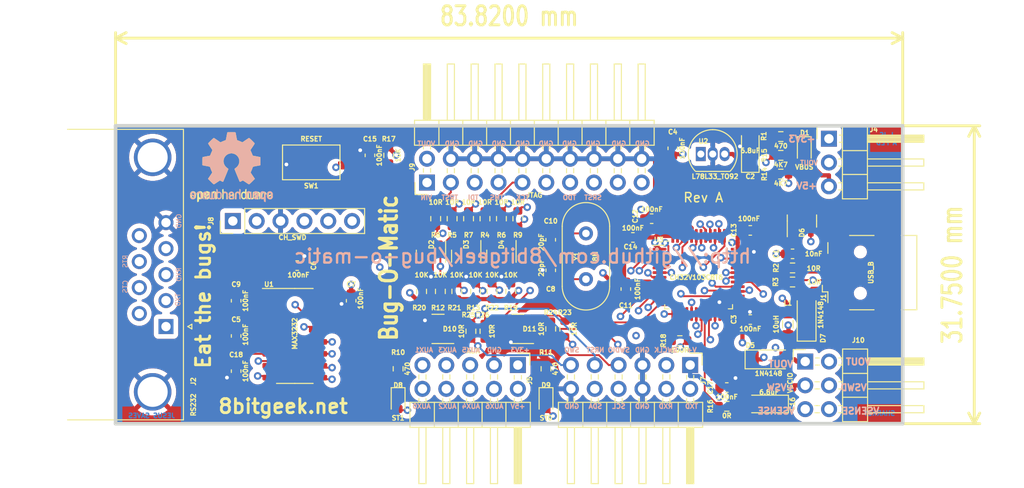
<source format=kicad_pcb>
(kicad_pcb (version 20220427) (generator pcbnew)
  (layers (0 "F.Cu" mixed) (1 "In1.Cu" mixed) (2 "In2.Cu" mixed) (31 "B.Cu" mixed) (34 "B.Paste" user) (35 "F.Paste" user) (36 "B.SilkS" user "B.Silkscreen") (37 "F.SilkS" user "F.Silkscreen") (38 "B.Mask" user) (39 "F.Mask" user) (44 "Edge.Cuts" user))
  (net 0 "")
  (net 1 "GND")
  (net 2 "/VUSB")
  (net 3 "+5V")
  (net 4 "+VSW")
  (net 5 "+3V3")
  (net 6 "/VOUTR")
  (net 7 "/VOUT")
  (net 8 "Net-(U1-C2+)")
  (net 9 "/TDI")
  (net 10 "/TCK")
  (net 11 "/TMS")
  (net 12 "/TDO")
  (net 13 "Net-(U1-C2-)")
  (net 14 "Net-(U1-VS+)")
  (net 15 "/TRST")
  (net 16 "/SRST")
  (net 17 "Net-(U3-PD1)")
  (net 18 "Net-(U1-C1-)")
  (net 19 "Net-(U1-C1+)")
  (net 20 "Net-(U3-PD0)")
  (net 21 "/CH_NRST")
  (net 22 "Net-(D1-K)")
  (net 23 "/MCU-TRST")
  (net 24 "/MCU-TDI")
  (net 25 "/MCU-TCK")
  (net 26 "/MCU-TMS")
  (net 27 "/MCU-TDO")
  (net 28 "/MCU-SRST")
  (net 29 "Net-(D8-K)")
  (net 30 "Net-(D9-K)")
  (net 31 "/MCU_SWNRST")
  (net 32 "/MCU_SWO")
  (net 33 "/MCU_SWDIO")
  (net 34 "/MCU_SWCLK")
  (net 35 "Net-(J2-Pad1)")
  (net 36 "/TXD")
  (net 37 "/RXD")
  (net 38 "/CTS")
  (net 39 "/RTS")
  (net 41 "/VTARGET")
  (net 42 "/AUX6")
  (net 43 "/AUX5")
  (net 44 "/AUX4")
  (net 45 "/AUX3")
  (net 46 "/AUX2")
  (net 47 "/AUX1")
  (net 48 "/AUX0")
  (net 49 "/I2C_SCL")
  (net 50 "/I2C_SDA")
  (net 51 "/UART_TX")
  (net 52 "/UART_RX")
  (net 53 "/CH_SWCLK")
  (net 54 "/CH_SWDIO")
  (net 55 "/CH_SWO")
  (net 59 "/SWCLK")
  (net 60 "/SWDIO")
  (net 61 "/NRST")
  (net 62 "/SWO")
  (net 63 "/UD+")
  (net 64 "/UD-")
  (net 65 "/BOOT1")
  (net 66 "/MCU_SWDIO_PUD")
  (net 67 "/MCU_RS232_CTS")
  (net 68 "/MCU_RS232_RTS")
  (net 69 "/MCU_RS232_TX")
  (net 70 "/MCU_RS232_RX")
  (net 72 "Net-(D7-A)")
  (net 73 "/VSWD")
  (net 74 "Net-(J1-D+)")
  (net 75 "Net-(J1-D-)")
  (net 76 "/ST0")
  (net 77 "/ST1")
  (net 78 "Net-(C18-Pad2)")
  (footprint "Capacitor_SMD:C_0603_1608Metric" (layer "F.Cu") (at 191.25 80)
    (fp_text reference "C1")
    (fp_text value "10nF")
  )
  (footprint "Capacitor_SMD:C_0603_1608Metric" (layer "F.Cu") (at 186.75 87)
    (fp_text reference "C3")
    (fp_text value "100nF")
  )
  (footprint "Package_TO_SOT_SMD:SOT-23" (layer "F.Cu") (at 162 88 180)
    (fp_text reference "D11")
    (fp_text value "NUP2105L" hide)
  )
  (footprint "LED_SMD:LED_0603_1608Metric" (layer "F.Cu") (at 165 95.75 -90)
    (fp_text reference "D9")
    (fp_text value "ST0")
  )
  (footprint "Capacitor_SMD:C_0603_1608Metric" (layer "F.Cu") (at 146.25 69.5 90)
    (fp_text reference "C15")
    (fp_text value "100nF")
  )
  (footprint "Crystal:Crystal_HC49-4H_Vertical" (layer "F.Cu") (at 169.25 82.7 90)
    (fp_text reference "Y1")
    (fp_text value "8M")
  )
  (footprint "Resistor_SMD:R_0603_1608Metric" (layer "F.Cu") (at 160.25 76.25 -90)
    (fp_text reference "R6")
    (fp_text value "10R")
  )
  (footprint "Capacitor_SMD:C_0603_1608Metric" (layer "F.Cu") (at 165.5 81.75 -90)
    (fp_text reference "C8")
    (fp_text value "20pF")
  )
  (footprint "Resistor_SMD:R_0603_1608Metric" (layer "F.Cu") (at 155 76.25 -90)
    (fp_text reference "R5")
    (fp_text value "10R")
  )
  (footprint "Connector_PinHeader_2.54mm:PinHeader_1x06_P2.54mm_Vertical" (layer "F.Cu") (at 131.65 76.5 90)
    (fp_text reference "J8")
    (fp_text value "CH_SWD")
  )
  (footprint "Resistor_SMD:R_0603_1608Metric" (layer "F.Cu") (at 153.25 76.25 -90)
    (fp_text reference "R8")
    (fp_text value "10R")
  )
  (footprint "Diode_SMD:D_MiniMELF" (layer "F.Cu") (at 188.75 91.25)
    (fp_text reference "D5")
    (fp_text value "1N4148")
  )
  (footprint "Resistor_SMD:R_0603_1608Metric" (layer "F.Cu") (at 153.75 84 90)
    (fp_text reference "R12")
    (fp_text value "10K")
  )
  (footprint "Package_TO_SOT_SMD:SOT-23" (layer "F.Cu") (at 153.5 88 180)
    (fp_text reference "D10")
    (fp_text value "NUP2105L" hide)
  )
  (footprint "Resistor_SMD:R_0603_1608Metric" (layer "F.Cu") (at 158.5 76.25 -90)
    (fp_text reference "R4")
    (fp_text value "10R")
  )
  (footprint "Resistor_SMD:R_0603_1608Metric" (layer "F.Cu") (at 159.25 84 90)
    (fp_text reference "R22")
    (fp_text value "10K")
  )
  (footprint "Package_SO:SOIC-16_3.9x9.9mm_P1.27mm" (layer "F.Cu") (at 138.25 88.75)
    (fp_text reference "U1")
    (fp_text value "MAX3232")
  )
  (footprint "Package_TO_SOT_THT:TO-92_Inline" (layer "F.Cu") (at 181.48 69.36)
    (fp_text reference "U2")
    (fp_text value "L78L33_TO92")
  )
  (footprint "Resistor_SMD:R_0603_1608Metric" (layer "F.Cu") (at 148.25 69.5 -90)
    (fp_text reference "R17")
    (fp_text value "10K")
  )
  (footprint "Capacitor_SMD:C_0603_1608Metric" (layer "F.Cu") (at 165.5 78.5 90)
    (fp_text reference "C10")
    (fp_text value "20pF")
  )
  (footprint "Capacitor_SMD:C_0603_1608Metric" (layer "F.Cu") (at 138.5 81.25 180)
    (fp_text reference "C6")
    (fp_text value "100nF")
  )
  (footprint "Capacitor_SMD:C_0603_1608Metric" (layer "F.Cu") (at 176.25 76.25 180)
    (fp_text reference "C12")
    (fp_text value "100nF")
  )
  (footprint "Connector_PinHeader_2.54mm:PinHeader_2x03_P2.54mm_Horizontal" (layer "F.Cu") (at 192.6 91.475)
    (fp_text reference "J10")
    (fp_text value "VCCIO")
  )
  (footprint "Resistor_SMD:R_0603_1608Metric" (layer "F.Cu") (at 149.25 92.25 90)
    (fp_text reference "R10")
    (fp_text value "470")
  )
  (footprint "Capacitor_Tantalum_SMD:CP_EIA-3216-18_Kemet-A" (layer "F.Cu") (at 186.75 69 90)
    (fp_text reference "C2")
    (fp_text value "6.8uF")
  )
  (footprint "Inductor_SMD:L_0805_2012Metric" (layer "F.Cu") (at 190.75 87.5 90)
    (fp_text reference "L1")
    (fp_text value "10uH")
  )
  (footprint "Package_TO_SOT_SMD:SOT-23" (layer "F.Cu") (at 156.5 80.25 -90)
    (fp_text reference "D3")
    (fp_text value "NUP2105L" hide)
  )
  (footprint "Capacitor_SMD:C_0603_1608Metric" (layer "F.Cu") (at 132 92.5 90)
    (fp_text reference "C18")
    (fp_text value "100nF")
  )
  (footprint "LED_SMD:LED_0603_1608Metric" (layer "F.Cu") (at 149.25 95.75 -90)
    (fp_text reference "D8")
    (fp_text value "ST1")
  )
  (footprint "Resistor_SMD:R_0603_1608Metric" (layer "F.Cu") (at 155.5 84 90)
    (fp_text reference "R21")
    (fp_text value "10K")
  )
  (footprint "Package_TO_SOT_SMD:SOT-23" (layer "F.Cu") (at 192.25 76.5 90)
    (fp_text reference "D6")
    (fp_text value "NUP2105L" hide)
  )
  (footprint "Capacitor_SMD:C_0603_1608Metric" (layer "F.Cu") (at 178.5 68.75 90)
    (fp_text reference "C4")
    (fp_text value "100nF")
  )
  (footprint "Diode_SMD:D_MiniMELF" (layer "F.Cu") (at 192.75 86.75 90)
    (fp_text reference "D7")
    (fp_text value "1N4148")
  )
  (footprint "Resistor_SMD:R_0603_1608Metric" (layer "F.Cu") (at 157 88.25 90)
    (fp_text reference "R25")
    (fp_text value "10R")
  )
  (footprint "Resistor_SMD:R_0603_1608Metric" (layer "F.Cu") (at 165 92.25 90)
    (fp_text reference "R11")
    (fp_text value "470")
  )
  (footprint "Connector_USB:USB_Mini-B_Wuerth_65100516121_Horizontal" (layer "F.Cu") (at 198.475 82 90)
    (fp_text reference "J1")
    (fp_text value "USB_B")
  )
  (footprint "Resistor_SMD:R_0603_1608Metric" (layer "F.Cu") (at 190 67.5 180)
    (fp_text reference "R1")
    (fp_text value "470")
  )
  (footprint "Capacitor_SMD:C_0603_1608Metric" (layer "F.Cu") (at 132 88.75 -90)
    (fp_text reference "C5")
    (fp_text value "100nF")
  )
  (footprint "Capacitor_SMD:C_0603_1608Metric" (layer "F.Cu") (at 144.25 85 -90)
    (fp_text reference "C7")
    (fp_text value "100nF")
  )
  (footprint "Capacitor_SMD:C_0603_1608Metric" (layer "F.Cu") (at 173.5 83.75 90)
    (fp_text reference "C11")
    (fp_text value "100nF")
  )
  (footprint "Package_QFP:LQFP-48_7x7mm_P0.5mm" (layer "F.Cu") (at 181.25 82.25)
    (fp_text reference "U3")
    (fp_text value "CH32V103C8T6")
  )
  (footprint "Connector_PinHeader_2.54mm:PinHeader_1x03_P2.54mm_Horizontal" (layer "F.Cu") (at 195.125 67.725)
    (fp_text reference "J4")
    (fp_text value "VOUT")
  )
  (footprint "Resistor_SMD:R_0603_1608Metric" (layer "F.Cu") (at 190 71.5)
    (fp_text reference "R14")
    (fp_text value "4K7")
  )
  (footprint "Resistor_SMD:R_0603_1608Metric" (layer "F.Cu") (at 191.25 83)
    (fp_text reference "R3")
    (fp_text value "10R")
  )
  (footprint "Connector_PinHeader_2.54mm:PinHeader_2x10_P2.54mm_Horizontal" (layer "F.Cu") (at 152.325 72.4 90)
    (fp_text reference "J9")
    (fp_text value "JTAG")
  )
  (footprint "Connector_PinHeader_2.54mm:PinHeader_2x05_P2.54mm_Horizontal" (layer "F.Cu") (at 162 91.85 -90)
    (fp_text reference "J5")
    (fp_text value "AUX")
  )
  (footprint "Capacitor_Tantalum_SMD:CP_EIA-3216-18_Kemet-A" (layer "F.Cu") (at 188.5 96 180)
    (fp_text reference "C16")
    (fp_text value "6.8uF")
  )
  (footprint "Resistor_SMD:R_0603_1608Metric" (layer "F.Cu") (at 157.5 84 90)
    (fp_text reference "R13")
    (fp_text value "10K")
  )
  (footprint "Resistor_SMD:R_0603_1608Metric" (layer "F.Cu") (at 162 76.25 -90)
    (fp_text reference "R9")
    (fp_text value "10R")
  )
  (footprint "Resistor_SMD:R_0603_1608Metric" (layer "F.Cu") (at 165.5 88 90)
    (fp_text reference "R24")
    (fp_text value "10R")
  )
  (footprint "Resistor_SMD:R_0603_1608Metric" (layer "F.Cu") (at 151.75 84 90)
    (fp_text reference "R20")
    (fp_text value "10K")
  )
  (footprint "Capacitor_SMD:C_0603_1608Metric" (layer "F.Cu") (at 186.75 77.5)
    (fp_text reference "C13")
    (fp_text value "100nF")
  )
  (footprint "Resistor_SMD:R_0603_1608Metric" (layer "F.Cu") (at 161.25 84 90)
    (fp_text reference "R19")
    (fp_text value "10K")
  )
  (footprint "Resistor_SMD:R_0603_1608Metric" (layer "F.Cu") (at 191.25 81.5)
    (fp_text reference "R2")
    (fp_text value "10R")
  )
  (footprint "Capacitor_SMD:C_0603_1608Metric" (layer "F.Cu") (at 132 85 90)
    (fp_text reference "C9")
    (fp_text value "100nF")
  )
  (footprint "Resistor_SMD:R_0603_1608Metric" (layer "F.Cu") (at 179.25 89.25 180)
    (fp_text reference "R18")
    (fp_text value "100R")
  )
  (footprint "Resistor_SMD:R_0603_1608Metric" (layer "F.Cu") (at 190 69.5 180)
    (fp_text reference "R15")
    (fp_text value "4K7")
  )
  (footprint "Connector_PinHeader_2.54mm:PinHeader_2x06_P2.54mm_Horizontal" (layer "F.Cu") (at 180.35 91.85 -90)
    (fp_text reference "J7")
    (fp_text value "SWD/SERIAL")
  )
  (footprint "Resistor_SMD:R_0603_1608Metric" (layer "F.Cu") (at 156.75 76.25 -90)
    (fp_text reference "R7")
    (fp_text value "10R")
  )
  (footprint "Resistor_SMD:R_0603_1608Metric" (layer "F.Cu") (at 184.25 96.25)
    (fp_text reference "R16")
    (fp_text value "0R")
  )
  (footprint "Capacitor_SMD:C_0603_1608Metric" (layer "F.Cu") (at 174.25 78.25 180)
    (fp_text reference "C14")
    (fp_text value "100nF")
  )
  (footprint "Resistor_SMD:R_0603_1608Metric" (layer "F.Cu") (at 158.5 88.25 -90)
    (fp_text reference "R26")
    (fp_text value "10R")
  )
  (footprint "Package_TO_SOT_SMD:SOT-23" (layer "F.Cu") (at 160.25 80.25 -90)
    (fp_text reference "D4")
    (fp_text value "NUP2105L" hide)
  )
  (footprint "Symbol:OSHW-Logo2_9.8x8mm_SilkScreen" (layer "F.Cu") (at 131.5 70.75)
    (fp_text reference "REF1" hide)
    (fp_text value "OSHW-Logo2_9.8x8mm_SilkScreen" hide)
  )
  (footprint "Resistor_SMD:R_0603_1608Metric" (layer "F.Cu") (at 167 88 90)
    (fp_text reference "R23")
    (fp_text value "10R")
  )
  (footprint "Package_TO_SOT_SMD:SOT-23" (layer "F.Cu") (at 152.75 80.25 -90)
    (fp_text reference "D2")
    (fp_text value "NUP2105L" hide)
  )
  (footprint "Connector_Dsub:DSUB-9_Female_Horizontal_P2.77x2.84mm_EdgePinOffset7.70mm_Housed_MountingHolesOffset9.12mm" (layer "F.Cu") (at 124.5303 87.75 -90)
    (fp_text reference "J2")
    (fp_text value "RS232")
  )
  (footprint "Capacitor_SMD:C_0603_1608Metric" (layer "F.Cu") (at 184.25 94.25)
    (fp_text reference "C17")
    (fp_text value "100nF")
  )
  (footprint "LED_SMD:LED_0603_1608Metric" (layer "F.Cu") (at 192.5 69 -90)
    (fp_text reference "D1")
    (fp_text value "VBUS")
  )
  (footprint "Button_Switch_SMD:SW_SPST_CK_RS282G05A3" (layer "F.Cu") (at 140 70.25 180)
    (fp_text reference "SW1")
    (fp_text value "RESET")
  )
  (footprint "Symbol:OSHW-Logo2_9.8x8mm_SilkScreen" (layer "B.Cu") (at 131.5 70.75 180)
    (fp_text reference "REF2" hide)
    (fp_text value "OSHW-Logo2_9.8x8mm_SilkScreen" hide)
  )
  (gr_line (start 119.16254 66.35) (end 202.98254 66.35) (stroke (width 0.381)) (layer "Edge.Cuts"))
  (gr_line (start 119.16254 98.1) (end 119.16254 66.35) (stroke (width 0.381)) (layer "Edge.Cuts"))
  (gr_line (start 202.98254 98.1) (end 119.16254 98.1) (stroke (width 0.381)) (layer "Edge.Cuts"))
  (gr_line (start 202.98254 66.35) (end 202.98254 98.1) (stroke (width 0.381)) (layer "Edge.Cuts"))
  (gr_text "JESUS SAVES" (at 123 97.25) (layer "B.Cu") (effects (font (size 0.5 0.5) (thickness 0.125)) (justify mirror)))
  (gr_text "L IS\nA FED" (at 201.25 67.75) (layer "B.Cu") (effects (font (size 0.5 0.5) (thickness 0.125)) (justify mirror)))
  (gr_text "SHARKEY" (at 200.5 97) (layer "B.Cu") (effects (font (size 0.5 0.5) (thickness 0.125)) (justify mirror)))
  (gr_text "GND" (at 170 68.25) (layer "B.SilkS") (effects (font (size 0.5 0.5) (thickness 0.125) bold) (justify mirror)))
  (gr_text "SRST" (at 170 74) (layer "B.SilkS") (effects (font (size 0.5 0.5) (thickness 0.125) bold) (justify mirror)))
  (gr_text "GND" (at 172.75 68.25) (layer "B.SilkS") (effects (font (size 0.5 0.5) (thickness 0.125) bold) (justify mirror)))
  (gr_text "+3V3" (at 162.25 90.25) (layer "B.SilkS") (effects (font (size 0.5 0.5) (thickness 0.125) bold) (justify mirror)))
  (gr_text "VOUT" (at 152.25 68.25) (layer "B.SilkS") (effects (font (size 0.5 0.5) (thickness 0.125) bold) (justify mirror)))
  (gr_text "NRST" (at 170.25 90.25) (layer "B.SilkS") (effects (font (size 0.5 0.5) (thickness 0.125) bold) (justify mirror)))
  (gr_text "TRST" (at 154.75 74) (layer "B.SilkS") (effects (font (size 0.5 0.5) (thickness 0.125) bold) (justify mirror)))
  (gr_text "GND" (at 162.5 68.25) (layer "B.SilkS") (effects (font (size 0.5 0.5) (thickness 0.125) bold) (justify mirror)))
  (gr_text "TDO" (at 167.5 74) (layer "B.SilkS") (effects (font (size 0.5 0.5) (thickness 0.125) bold) (justify mirror)))
  (gr_text "AUX3" (at 154.5 90.25) (layer "B.SilkS") (effects (font (size 0.5 0.5) (thickness 0.125) bold) (justify mirror)))
  (gr_text "http://github.com/8bitgeek/bug-o-matic" (at 162.5 80.25) (layer "B.SilkS") (effects (font (size 1.5 1.5) (thickness 0.25) bold) (justify mirror)))
  (gr_text "GND" (at 175.25 90.25) (layer "B.SilkS") (effects (font (size 0.5 0.5) (thickness 0.125) bold) (justify mirror)))
  (gr_text "AUX2" (at 154.5 96.25) (layer "B.SilkS") (effects (font (size 0.5 0.5) (thickness 0.125) bold) (justify mirror)))
  (gr_text "VSWD" (at 197.75 94.25) (layer "B.SilkS") (effects (font (size 0.7 0.7) (thickness 0.175)) (justify mirror)))
  (gr_text "GND" (at 160 68.25) (layer "B.SilkS") (effects (font (size 0.5 0.5) (thickness 0.125) bold) (justify mirror)))
  (gr_text "SDA" (at 170.25 96.25) (layer "B.SilkS") (effects (font (size 0.5 0.5) (thickness 0.125) bold) (justify mirror)))
  (gr_text "GND" (at 157.5 68.25) (layer "B.SilkS") (effects (font (size 0.5 0.5) (thickness 0.125) bold) (justify mirror)))
  (gr_text "GND" (at 175.25 96.25) (layer "B.SilkS") (effects (font (size 0.5 0.5) (thickness 0.125) bold) (justify mirror)))
  (gr_text "TCK" (at 162.5 74) (layer "B.SilkS") (effects (font (size 0.5 0.5) (thickness 0.125) bold) (justify mirror)))
  (gr_text "GND" (at 155 68.25) (layer "B.SilkS") (effects (font (size 0.5 0.5) (thickness 0.125) bold) (justify mirror)))
  (gr_text "+VSW" (at 190 94.25) (layer "B.SilkS") (effects (font (size 0.7 0.7) (thickness 0.175)) (justify mirror)))
  (gr_text "AUX1" (at 152 90.25) (layer "B.SilkS") (effects (font (size 0.5 0.5) (thickness 0.125) bold) (justify mirror)))
  (gr_text "VOUT" (at 190 91.75) (layer "B.SilkS") (effects (font (size 0.7 0.7) (thickness 0.175)) (justify mirror)))
  (gr_text "AUX0" (at 151.75 96.25) (layer "B.SilkS") (effects (font (size 0.5 0.5) (thickness 0.125) bold) (justify mirror)))
  (gr_text "V+" (at 180.5 90.25) (layer "B.SilkS") (effects (font (size 0.5 0.5) (thickness 0.125) bold) (justify mirror)))
  (gr_text "TXD" (at 125.8 84.9 90) (layer "B.SilkS") (effects (font (size 0.508 0.508) (thickness 0.0762)) (justify mirror)))
  (gr_text "+3V3" (at 192.25 67.75) (layer "B.SilkS") (effects (font (size 0.7 0.7) (thickness 0.175)) (justify mirror)))
  (gr_text "+5V" (at 162 96.25) (layer "B.SilkS") (effects (font (size 0.5 0.5) (thickness 0.125) bold) (justify mirror)))
  (gr_text "TMS" (at 159.75 74) (layer "B.SilkS") (effects (font (size 0.5 0.5) (thickness 0.125) bold) (justify mirror)))
  (gr_text "VSENSE" (at 189.5 96.75) (layer "B.SilkS") (effects (font (size 0.7 0.7) (thickness 0.175)) (justify mirror)))
  (gr_text "RTS" (at 120.2 80.8 90) (layer "B.SilkS") (effects (font (size 0.508 0.508) (thickness 0.0762)) (justify mirror)))
  (gr_text "SWCLK" (at 177.75 90.25) (layer "B.SilkS") (effects (font (size 0.5 0.5) (thickness 0.125) bold) (justify mirror)))
  (gr_text "CTS" (at 120.2 83.5 90) (layer "B.SilkS") (effects (font (size 0.508 0.508) (thickness 0.0762)) (justify mirror)))
  (gr_text "SWDIO" (at 172.75 90.25) (layer "B.SilkS") (effects (font (size 0.5 0.5) (thickness 0.125) bold) (justify mirror)))
  (gr_text "VSENSE" (at 198.5 96.75) (layer "B.SilkS") (effects (font (size 0.7 0.7) (thickness 0.175)) (justify mirror)))
  (gr_text "AUX6" (at 159.5 96.25) (layer "B.SilkS") (effects (font (size 0.5 0.5) (thickness 0.125) bold) (justify mirror)))
  (gr_text "+5V" (at 192.75 72.75) (layer "B.SilkS") (effects (font (size 0.7 0.7) (thickness 0.175)) (justify mirror)))
  (gr_text "GND" (at 175.25 68.25) (layer "B.SilkS") (effects (font (size 0.5 0.5) (thickness 0.125) bold) (justify mirror)))
  (gr_text "RXD" (at 177.75 96.25) (layer "B.SilkS") (effects (font (size 0.5 0.5) (thickness 0.125) bold) (justify mirror)))
  (gr_text "TXD" (at 180.5 96.25) (layer "B.SilkS") (effects (font (size 0.5 0.5) (thickness 0.125) bold) (justify mirror)))
  (gr_text "VOUT" (at 198.25 91.5) (layer "B.SilkS") (effects (font (size 0.7 0.7) (thickness 0.175)) (justify mirror)))
  (gr_text "SCL" (at 172.75 96.25) (layer "B.SilkS") (effects (font (size 0.5 0.5) (thickness 0.125) bold) (justify mirror)))
  (gr_text "AUX4" (at 157 96.25) (layer "B.SilkS") (effects (font (size 0.5 0.5) (thickness 0.125) bold) (justify mirror)))
  (gr_text "VIN" (at 152.25 74) (layer "B.SilkS") (effects (font (size 0.5 0.5) (thickness 0.125) bold) (justify mirror)))
  (gr_text "TDI" (at 157.25 74) (layer "B.SilkS") (effects (font (size 0.5 0.5) (thickness 0.125) bold) (justify mirror)))
  (gr_text "SWO" (at 167.75 90.25) (layer "B.SilkS") (effects (font (size 0.5 0.5) (thickness 0.125) bold) (justify mirror)))
  (gr_text "GND" (at 167.5 68.25) (layer "B.SilkS") (effects (font (size 0.5 0.5) (thickness 0.125) bold) (justify mirror)))
  (gr_text "AUX5" (at 157 90.25) (layer "B.SilkS") (effects (font (size 0.5 0.5) (thickness 0.125) bold) (justify mirror)))
  (gr_text "GND" (at 165 68.25) (layer "B.SilkS") (effects (font (size 0.5 0.5) (thickness 0.125) bold) (justify mirror)))
  (gr_text "GND" (at 167.75 96.25) (layer "B.SilkS") (effects (font (size 0.5 0.5) (thickness 0.125) bold) (justify mirror)))
  (gr_text "RXD" (at 125.9 82.2 90) (layer "B.SilkS") (effects (font (size 0.508 0.508) (thickness 0.0762)) (justify mirror)))
  (gr_text "GND" (at 125.9 76.5 90) (layer "B.SilkS") (effects (font (size 0.508 0.508) (thickness 0.0762)) (justify mirror)))
  (gr_text "GND" (at 159.5 90.25) (layer "B.SilkS") (effects (font (size 0.5 0.5) (thickness 0.125) bold) (justify mirror)))
  (gr_text "Rev A" (at 181.75 74) (layer "F.SilkS") (effects (font (size 1 1))))
  (gr_text "Bug-O-Matic" (at 148.25 81.5 90) (layer "F.SilkS") (effects (font (size 1.8 1.5) (thickness 0.35) bold)))
  (gr_text "Eat the bugs!" (at 128.5 84.5 90) (layer "F.SilkS") (effects (font (size 1.5 1.5) (thickness 0.3) bold)))
  (gr_text "8bitgeek.net" (at 137 96.25) (layer "F.SilkS") (effects (font (size 1.5 1.5) (thickness 0.3) bold)))
  (dimension (type aligned) (layer "F.SilkS") (pts (xy 202.72854 98.1) (xy 202.72854 66.35)) (height 7.87146) (gr_text "31.7500 mm" (at 208.2632 82.225 90) (layer "F.SilkS") (effects (font (size 2.032 1.524) (thickness 0.3048)))) (format (units 2) (units_format 1) (precision 4)) (style (thickness 0.3048) (arrow_length 1.27) (text_position_mode 0) (extension_height 0.58642) (extension_offset 0) keep_text_aligned))
  (dimension (type aligned) (layer "F.SilkS") (pts (xy 202.98254 66.477) (xy 119.16254 66.477)) (height 9.477) (gr_text "83.8200 mm" (at 161.07254 54.6632) (layer "F.SilkS") (effects (font (size 2.032 1.524) (thickness 0.3048)))) (format (units 2) (units_format 1) (precision 4)) (style (thickness 0.3048) (arrow_length 1.27) (text_position_mode 0) (extension_height 0.58642) (extension_offset 0) keep_text_aligned))
  (segment (start 201.375 77.6) (end 197.4503 77.6) (width 0.45) (layer "F.Cu") (net 1))
  (segment (start 183.4627 85.3806) (end 183.4627 85.1501) (width 0.45) (layer "F.Cu") (net 1))
  (segment (start 137.1753 70.25) (end 137.1753 70.2927) (width 0.45) (layer "F.Cu") (net 1))
  (segment (start 176.9064 74.4694) (end 176.9064 74.8186) (width 0.45) (layer "F.Cu") (net 1))
  (segment (start 164.6487 81.7245) (end 164.7505 81.7245) (width 0.45) (layer "F.Cu") (net 1))
  (segment (start 185.025 93.388) (end 185.1755 93.2375) (width 0.45) (layer "F.Cu") (net 1))
  (segment (start 145.2121 68.9532) (end 146.0218 68.9532) (width 0.45) (layer "F.Cu") (net 1))
  (segment (start 180.2508 77.0026) (end 179.0903 77.0026) (width 0.45) (layer "F.Cu") (net 1))
  (segment (start 192.25 75.5625) (end 192.025 75.7875) (width 0.45) (layer "F.Cu") (net 1))
  (segment (start 165.5 80.975) (end 165.5 79.275) (width 0.45) (layer "F.Cu") (net 1))
  (segment (start 152.5625 88.1125) (end 152.5625 88) (width 0.45) (layer "F.Cu") (net 1))
  (segment (start 187.525 87) (end 186.7134 86.1884) (width 0.45) (layer "F.Cu") (net 1))
  (segment (start 185.652 68.5425) (end 185.8575 68.5425) (width 0.45) (layer "F.Cu") (net 1))
  (segment (start 192.025 75.7875) (end 192.025 76.3496) (width 0.45) (layer "F.Cu") (net 1))
  (segment (start 161.0625 88) (end 161.2551 88.1926) (width 0.45) (layer "F.Cu") (net 1))
  (segment (start 195.875 81.2) (end 194.2997 81.2) (width 0.45) (layer "F.Cu") (net 1))
  (segment (start 185.7658 96) (end 187.15 96) (width 0.45) (layer "F.Cu") (net 1))
  (segment (start 187.1337 79.7854) (end 187.525 79.3941) (width 0.45) (layer "F.Cu") (net 1))
  (segment (start 176.615 69.86) (end 178.5 67.975) (width 0.45) (layer "F.Cu") (net 1))
  (segment (start 194.2997 80.8064) (end 192.8314 80.8064) (width 0.45) (layer "F.Cu") (net 1))
  (segment (start 160.25 82.4277) (end 160.25 81.1875) (width 0.45) (layer "F.Cu") (net 1))
  (segment (start 143.2259 85.3343) (end 143.8093 85.3343) (width 0.45) (layer "F.Cu") (net 1))
  (segment (start 186.4444 80.0373) (end 185.4498 80.0373) (width 0.3004) (layer "F.Cu") (net 1))
  (segment (start 146.0218 68.9532) (end 146.25 68.725) (width 0.45) (layer "F.Cu") (net 1))
  (segment (start 187.525 77.5) (end 188.6754 76.3496) (width 0.45) (layer "F.Cu") (net 1))
  (segment (start 152.75 82.4331) (end 152.75 81.1875) (width 0.45) (layer "F.Cu") (net 1))
  (segment (start 152.5625 87.5445) (end 152.1067 87.0887) (width 0.45) (layer "F.Cu") (net 1))
  (segment (start 156.5 82.4285) (end 156.5 81.1875) (width 0.45) (layer "F.Cu") (net 1))
  (segment (start 186.8818 80.0373) (end 187.1337 79.7854) (width 0.45) (layer "F.Cu") (net 1))
  (segment (start 186.4444 80.0373) (end 186.8818 80.0373) (width 0.45) (layer "F.Cu") (net 1))
  (segment (start 179.0903 77.0026) (end 179.0374 77.0555) (width 0.45) (layer "F.Cu") (net 1))
  (segment (start 185.025 94.25) (end 185.025 93.388) (width 0.45) (layer "F.Cu") (net 1))
  (segment (start 183.4627 86.3752) (end 183.5 86.4125) (width 0.3004) (layer "F.Cu") (net 1))
  (segment (start 175.475 76.25) (end 173.475 78.25) (width 0.45) (layer "F.Cu") (net 1))
  (segment (start 197.4503 77.6) (end 197.4503 80.4) (width 0.45) (layer "F.Cu") (net 1))
  (segment (start 195.875 80.4) (end 195.0874 80.4) (width 0.45) (layer "F.Cu") (net 1))
  (segment (start 197.4503 86.4) (end 195.875 86.4) (width 0.45) (layer "F.Cu") (net 1))
  (segment (start 185.075 96.25) (end 185.5454 95.7796) (width 0.45) (layer "F.Cu") (net 1))
  (segment (start 136.1 70.25) (end 137.1753 70.25) (width 0.45) (layer "F.Cu") (net 1))
  (segment (start 131.0222 93.191) (end 131.916 93.191) (width 0.45) (layer "F.Cu") (net 1))
  (segment (start 185.025 95.2592) (end 185.025 94.25) (width 0.45) (layer "F.Cu") (net 1))
  (segment (start 139.275 81.25) (end 139.275 80.238) (width 0.45) (layer "F.Cu") (net 1))
  (segment (start 185.4498 80.0373) (end 185.4125 80) (width 0.3004) (layer "F.Cu") (net 1))
  (segment (start 176.9064 74.8186) (end 175.475 76.25) (width 0.45) (layer "F.Cu") (net 1))
  (segment (start 180.5 78.0875) (end 180.5 77.2518) (width 0.45) (layer "F.Cu") (net 1))
  (segment (start 165.7387 92.1637) (end 165 91.425) (width 0.45) (layer "F.Cu") (net 1))
  (segment (start 192.8314 80.8064) (end 192.025 80) (width 0.45) (layer "F.Cu") (net 1))
  (segment (start 176.615 69.86) (end 176.615 74.178) (width 0.45) (layer "F.Cu") (net 1))
  (segment (start 186.75 67.65) (end 189.025 67.65) (width 0.45) (layer "F.Cu") (net 1))
  (segment (start 194.2997 80.8064) (end 194.2997 81.2) (width 0.45) (layer "F.Cu") (net 1))
  (segment (start 152.5625 88) (end 152.5625 87.5445) (width 0.45) (layer "F.Cu") (net 1))
  (segment (start 195.0874 80.4) (end 194.7061 80.4) (width 0.45) (layer "F.Cu") (net 1))
  (segment (start 173.475 78.25) (end 173.3094 78.4156) (width 0.45) (layer "F.Cu") (net 1))
  (segment (start 173.3094 78.4156) (end 173.3094 82.7596) (width 0.45) (layer "F.Cu") (net 1))
  (segment (start 179.0374 78.0501) (end 179 78.0875) (width 0.3004) (layer "F.Cu") (net 1))
  (segment (start 185.8575 68.5425) (end 186.75 67.65) (width 0.45) (layer "F.Cu") (net 1))
  (segment (start 173.5124 82.9626) (end 173.5 82.975) (width 0.45) (layer "F.Cu") (net 1))
  (segment (start 179.0903 77.0026) (end 176.9064 74.8186) (width 0.45) (layer "F.Cu") (net 1))
  (segment (start 183.4627 85.3806) (end 183.4627 86.3752) (width 0.3004) (layer "F.Cu") (net 1))
  (segment (start 185.5454 95.7796) (end 185.025 95.2592) (width 0.45) (layer "F.Cu") (net 1))
  (segment (start 189.025 67.65) (end 189.175 67.5) (width 0.45) (layer "F.Cu") (net 1))
  (segment (start 192.025 76.3496) (end 192.025 80) (width 0.45) (layer "F.Cu") (net 1))
  (segment (start 197.4503 86.4) (end 197.4503 80.4) (width 0.45) (layer "F.Cu") (net 1))
  (segment (start 161.2551 89.4174) (end 161.4137 89.576) (width 0.45) (layer "F.Cu") (net 1))
  (segment (start 142.9852 85.575) (end 143.2259 85.3343) (width 0.45) (layer "F.Cu") (net 1))
  (segment (start 176.0555 82.9626) (end 173.5124 82.9626) (width 0.45) (layer "F.Cu") (net 1))
  (segment (start 131.916 93.191) (end 132 93.275) (width 0.45) (layer "F.Cu") (net 1))
  (segment (start 175.185 69.86) (end 176.615 69.86) (width 0.45) (layer "F.Cu") (net 1))
  (segment (start 163.151 89.576) (end 165 91.425) (width 0.45) (layer "F.Cu") (net 1))
  (segment (start 180.5 77.2518) (end 180.2508 77.0026) (width 0.45) (layer "F.Cu") (net 1))
  (segment (start 173.3094 82.7596) (end 173.5124 82.9626) (width 0.45) (layer "F.Cu") (net 1))
  (segment (start 187.525 79.3941) (end 187.525 77.5) (width 0.45) (layer "F.Cu") (net 1))
  (segment (start 177.0501 82.9626) (end 177.0875 83) (width 0.3004) (layer "F.Cu") (net 1))
  (segment (start 176.0555 82.9626) (end 177.0501 82.9626) (width 0.3004) (layer "F.Cu") (net 1))
  (segment (start 164.7505 81.7245) (end 165.5 80.975) (width 0.45) (layer "F.Cu") (net 1))
  (segment (start 140.725 85.575) (end 142.9852 85.575) (width 0.45) (layer "F.Cu") (net 1))
  (segment (start 137.1753 70.2927) (end 137.3524 70.4698) (width 0.45) (layer "F.Cu") (net 1))
  (segment (start 185.5454 95.7796) (end 185.7658 96) (width 0.45) (layer "F.Cu") (net 1))
  (segment (start 161.4137 89.576) (end 163.151 89.576) (width 0.45) (layer "F.Cu") (net 1))
  (segment (start 197.4503 77.6) (end 195.875 77.6) (width 0.45) (layer "F.Cu") (net 1))
  (segment (start 188.6754 76.3496) (end 192.025 76.3496) (width 0.45) (layer "F.Cu") (net 1))
  (segment (start 161.2551 88.1926) (end 161.2551 89.4174) (width 0.45) (layer "F.Cu") (net 1))
  (segment (start 194.7061 80.4) (end 194.2997 80.8064) (width 0.45) (layer "F.Cu") (net 1))
  (segment (start 195.875 80.4) (end 197.4503 80.4) (width 0.45) (layer "F.Cu") (net 1))
  (segment (start 201.375 86.4) (end 197.4503 86.4) (width 0.45) (layer "F.Cu") (net 1))
  (segment (start 149.25 91.425) (end 152.5625 88.1125) (width 0.45) (layer "F.Cu") (net 1))
  (segment (start 179.0374 77.0555) (end 179.0374 78.0501) (width 0.3004) (layer "F.Cu") (net 1))
  (segment (start 176.615 74.178) (end 176.9064 74.4694) (width 0.45) (layer "F.Cu") (net 1))
  (segment (start 143.8093 85.3343) (end 144.25 85.775) (width 0.45) (layer "F.Cu") (net 1))
  (via (at 161.2551 89.4174) (size 0.8) (drill 0.4) (layers "F.Cu" "B.Cu") (net 1))
  (via (at 143.2259 85.3343) (size 0.8) (drill 0.4) (layers "F.Cu" "B.Cu") (net 1))
  (via (at 183.4627 85.1501) (size 0.8) (drill 0.4) (layers "F.Cu" "B.Cu") (net 1))
  (via (at 131.0222 93.191) (size 0.8) (drill 0.4) (layers "F.Cu" "B.Cu") (net 1))
  (via (at 185.1755 93.2375) (size 0.8) (drill 0.4) (layers "F.Cu" "B.Cu") (net 1))
  (via (at 186.7134 86.1884) (size 0.8) (drill 0.4) (layers "F.Cu" "B.Cu") (net 1))
  (via (at 152.75 82.4331) (size 0.8) (drill 0.4) (layers "F.Cu" "B.Cu") (net 1))
  (via (at 164.6487 81.7245) (size 0.8) (drill 0.4) (layers "F.Cu" "B.Cu") (net 1))
  (via (at 139.275 80.238) (size 0.8) (drill 0.4) (layers "F.Cu" "B.Cu") (net 1))
  (via (at 187.1337 79.7854) (size 0.8) (drill 0.4) (layers "F.Cu" "B.Cu") (net 1))
  (via (at 185.652 68.5425) (size 0.8) (drill 0.4) (layers "F.Cu" "B.Cu") (net 1))
  (via (at 165.7387 92.1637) (size 0.8) (drill 0.4) (layers "F.Cu" "B.Cu") (net 1))
  (via (at 152.1067 87.0887) (size 0.8) (drill 0.4) (layers "F.Cu" "B.Cu") (net 1))
  (via (at 145.2121 68.9532) (size 0.8) (drill 0.4) (layers "F.Cu" "B.Cu") (net 1))
  (via (at 160.25 82.4277) (size 0.8) (drill 0.4) (layers "F.Cu" "B.Cu") (net 1))
  (via (at 137.3524 70.4698) (size 0.8) (drill 0.4) (layers "F.Cu" "B.Cu") (net 1))
  (via (at 156.5 82.4285) (size 0.8) (drill 0.4) (layers "F.Cu" "B.Cu") (net 1))
  (segment (start 190.818 88.4945) (end 190.75 88.5625) (width 0.45) (layer "F.Cu") (net 2))
  (segment (start 190.818 88.4945) (end 190.818 87.628) (width 0.45) (layer "F.Cu") (net 2))
  (segment (start 191.5747 88.5) (end 190.8235 88.5) (width 0.45) (layer "F.Cu") (net 2))
  (segment (start 190.8235 88.5) (end 190.818 88.4945) (width 0.45) (layer "F.Cu") (net 2))
  (segment (start 190.818 87.628) (end 190.7871 87.5971) (width 0.45) (layer "F.Cu") (net 2))
  (segment (start 189.519 79.995) (end 190.47 79.995) (width 0.45) (layer "F.Cu") (net 2))
  (segment (start 190.47 79.995) (end 190.475 80) (width 0.45) (layer "F.Cu") (net 2))
  (segment (start 192.75 88.5) (end 191.5747 88.5) (width 0.45) (layer "F.Cu") (net 2))
  (via (at 190.7871 87.5971) (size 0.8) (drill 0.4) (layers "F.Cu" "B.Cu") (net 2))
  (via (at 189.519 79.995) (size 0.8) (drill 0.4) (layers "F.Cu" "B.Cu") (net 2))
  (segment (start 195.125 72.805) (end 195.125 71.6297) (width 0.45) (layer "F.Cu") (net 3))
  (segment (start 194.3422 71.6297) (end 192.5 69.7875) (width 0.45) (layer "F.Cu") (net 3))
  (segment (start 184.02 69.36) (end 184.8703 69.36) (width 0.45) (layer "F.Cu") (net 3))
  (segment (start 190.1607 84.7375) (end 190.75 85.3268) (width 0.45) (layer "F.Cu") (net 3))
  (segment (start 195.125 71.6297) (end 194.3422 71.6297) (width 0.45) (layer "F.Cu") (net 3))
  (segment (start 190.75 85.3268) (end 190.75 86.4375) (width 0.45) (layer "F.Cu") (net 3))
  (segment (start 185.8603 70.35) (end 186.75 70.35) (width 0.45) (layer "F.Cu") (net 3))
  (segment (start 184.8703 69.36) (end 185.8603 70.35) (width 0.45) (layer "F.Cu") (net 3))
  (via (at 190.1607 84.7375) (size 0.8) (drill 0.4) (layers "F.Cu" "B.Cu") (net 3))
  (segment (start 149.0309 69.4559) (end 148.25 68.675) (width 0.45) (layer "F.Cu") (net 4))
  (segment (start 177.0093 77.8328) (end 177.0093 76.2657) (width 0.45) (layer "F.Cu") (net 4))
  (segment (start 185.4125 79.5) (end 185.4125 78.7903) (width 0.45) (layer "F.Cu") (net 4))
  (segment (start 185.975 87) (end 185.9159 87.0591) (width 0.45) (layer "F.Cu") (net 4))
  (segment (start 176.6105 83.5) (end 176.5975 83.513) (width 0.45) (layer "F.Cu") (net 4))
  (segment (start 184.8021 78.7903) (end 185.4125 78.7903) (width 0.45) (layer "F.Cu") (net 4))
  (segment (start 185.2693 86.4125) (end 185.9159 87.0591) (width 0.45) (layer "F.Cu") (net 4))
  (segment (start 189.85 96) (end 191.4247 94.4253) (width 0.45) (layer "F.Cu") (net 4))
  (segment (start 153.75 84.825) (end 151.75 84.825) (width 0.45) (layer "F.Cu") (net 4))
  (segment (start 162.0774 83.9096) (end 161.25 84.737) (width 0.45) (layer "F.Cu") (net 4))
  (segment (start 173.5 84.525) (end 171.0601 82.0851) (width 0.45) (layer "F.Cu") (net 4))
  (segment (start 185.975 74.7) (end 189.175 71.5) (width 0.45) (layer "F.Cu") (net 4))
  (segment (start 185.975 77.5) (end 185.975 74.7) (width 0.45) (layer "F.Cu") (net 4))
  (segment (start 140.805 84.225) (end 140.725 84.305) (width 0.45) (layer "F.Cu") (net 4))
  (segment (start 191.4247 94.4253) (end 191.4247 94.015) (width 0.45) (layer "F.Cu") (net 4))
  (segment (start 157.5 84.825) (end 155.5 84.825) (width 0.45) (layer "F.Cu") (net 4))
  (segment (start 155.5 84.825) (end 153.75 84.825) (width 0.45) (layer "F.Cu") (net 4))
  (segment (start 161.25 84.737) (end 161.25 84.825) (width 0.45) (layer "F.Cu") (net 4))
  (segment (start 151.75 84.825) (end 151.1699 84.825) (width 0.45) (layer "F.Cu") (net 4))
  (segment (start 185.4125 78.0625) (end 185.975 77.5) (width 0.45) (layer "F.Cu") (net 4))
  (segment (start 190.825 69.85) (end 190.825 69.5) (width 0.45) (layer "F.Cu") (net 4))
  (segment (start 177.264 78.0875) (end 177.0093 77.8328) (width 0.45) (layer "F.Cu") (net 4))
  (segment (start 185.4125 78.7903) (end 185.4125 78.0625) (width 0.45) (layer "F.Cu") (net 4))
  (segment (start 178.5 78.0875) (end 177.264 78.0875) (width 0.45) (layer "F.Cu") (net 4))
  (segment (start 177.0875 79.5) (end 176.5921 79.0046) (width 0.45) (layer "F.Cu") (net 4))
  (segment (start 177.0875 83.5) (end 176.6105 83.5) (width 0.45) (layer "F.Cu") (net 4))
  (segment (start 144.25 84.225) (end 140.805 84.225) (width 0.45) (layer "F.Cu") (net 4))
  (segment (start 184 86.4125) (end 185.2693 86.4125) (width 0.45) (layer "F.Cu") (net 4))
  (segment (start 176.5921 78.25) (end 177.0093 77.8328) (width 0.45) (layer "F.Cu") (net 4))
  (segment (start 176.4175 83.513) (end 174.512 83.513) (width 0.45) (layer "F.Cu") (net 4))
  (segment (start 176.5921 78.25) (end 175.025 78.25) (width 0.45) (layer "F.Cu") (net 4))
  (segment (start 159.25 84.825) (end 161.25 84.825) (width 0.45) (layer "F.Cu") (net 4))
  (segment (start 176.5921 78.7903) (end 176.5921 78.25) (width 0.45) (layer "F.Cu") (net 4))
  (segment (start 144.25 84.225) (end 144.25 83.2671) (width 0.45) (layer "F.Cu") (net 4))
  (segment (start 177.0093 76.2657) (end 177.025 76.25) (width 0.45) (layer "F.Cu") (net 4))
  (segment (start 185.9159 87.0591) (end 185.9159 89.4713) (width 0.45) (layer "F.Cu") (net 4))
  (segment (start 189.175 71.5) (end 190.825 69.85) (width 0.45) (layer "F.Cu") (net 4))
  (segment (start 192.6 94.015) (end 191.4247 94.015) (width 0.45) (layer "F.Cu") (net 4))
  (segment (start 176.5921 79.0046) (end 176.5921 78.7903) (width 0.45) (layer "F.Cu") (net 4))
  (segment (start 171.0601 82.0851) (end 171.0601 82.0247) (width 0.45) (layer "F.Cu") (net 4))
  (segment (start 174.512 83.513) (end 173.5 84.525) (width 0.45) (layer "F.Cu") (net 4))
  (segment (start 176.4175 83.513) (end 176.5975 83.513) (width 0.3004) (layer "F.Cu") (net 4))
  (segment (start 151.1699 84.825) (end 150.4932 84.1483) (width 0.45) (layer "F.Cu") (net 4))
  (segment (start 159.25 84.825) (end 157.5 84.825) (width 0.45) (layer "F.Cu") (net 4))
  (via (at 184.8021 78.7903) (size 0.8) (drill 0.4) (layers "F.Cu" "B.Cu") (net 4))
  (via (at 144.25 83.2671) (size 0.8) (drill 0.4) (layers "F.Cu" "B.Cu") (net 4))
  (via (at 162.0774 83.9096) (size 0.8) (drill 0.4) (layers "F.Cu" "B.Cu") (net 4))
  (via (at 149.0309 69.4559) (size 0.8) (drill 0.4) (layers "F.Cu" "B.Cu") (net 4))
  (via (at 150.4932 84.1483) (size 0.8) (drill 0.4) (layers "F.Cu" "B.Cu") (net 4))
  (via (at 185.9159 89.4713) (size 0.8) (drill 0.4) (layers "F.Cu" "B.Cu") (net 4))
  (via (at 176.5921 78.7903) (size 0.8) (drill 0.4) (layers "F.Cu" "B.Cu") (net 4))
  (via (at 171.0601 82.0247) (size 0.8) (drill 0.4) (layers "F.Cu" "B.Cu") (net 4))
  (segment (start 178.6485 69.3765) (end 178.5 69.525) (width 0.45) (layer "F.Cu") (net 5))
  (segment (start 179.5723 69.3765) (end 178.6485 69.3765) (width 0.45) (layer "F.Cu") (net 5))
  (via (at 175.1198 75.2667) (size 0.8) (drill 0.4) (layers "F.Cu" "B.Cu") (net 5))
  (via (at 179.5723 69.3765) (size 0.8) (drill 0.4) (layers "F.Cu" "B.Cu") (net 5))
  (segment (start 187 91.25) (end 187.9753 91.25) (width 0.45) (layer "F.Cu") (net 6))
  (segment (start 188.1958 91.0295) (end 187.9753 91.25) (width 0.45) (layer "F.Cu") (net 6))
  (via (at 189.4354 89.9884) (size 0.8) (drill 0.4) (layers "F.Cu" "B.Cu") (net 6))
  (via (at 188.1958 91.0295) (size 0.8) (drill 0.4) (layers "F.Cu" "B.Cu") (net 6))
  (segment (start 190.5 91.25) (end 191.4753 91.25) (width 0.45) (layer "F.Cu") (net 7))
  (segment (start 191.7003 91.475) (end 191.4753 91.25) (width 0.45) (layer "F.Cu") (net 7))
  (segment (start 192.6 91.475) (end 191.7003 91.475) (width 0.45) (layer "F.Cu") (net 7))
  (segment (start 135.775 88.115) (end 132.14 88.115) (width 0.2) (layer "F.Cu") (net 8))
  (segment (start 132.14 88.115) (end 132 87.975) (width 0.2) (layer "F.Cu") (net 8))
  (segment (start 155.7502 74.6748) (end 155 75.425) (width 0.2) (layer "F.Cu") (net 9))
  (via (at 155.7502 74.6748) (size 0.8) (drill 0.4) (layers "F.Cu" "B.Cu") (net 9))
  (segment (start 162.485 72.4) (end 161.4347 72.4) (width 0.2) (layer "F.Cu") (net 10))
  (segment (start 158.5 75.3347) (end 158.5 75.425) (width 0.2) (layer "F.Cu") (net 10))
  (segment (start 161.4347 72.4) (end 158.5 75.3347) (width 0.2) (layer "F.Cu") (net 10))
  (segment (start 157.5002 74.6748) (end 156.75 75.425) (width 0.2) (layer "F.Cu") (net 11))
  (via (at 157.5002 74.6748) (size 0.8) (drill 0.4) (layers "F.Cu" "B.Cu") (net 11))
  (segment (start 161.0029 74.6721) (end 160.25 75.425) (width 0.2) (layer "F.Cu") (net 12))
  (via (at 161.0029 74.6721) (size 0.8) (drill 0.4) (layers "F.Cu" "B.Cu") (net 12))
  (segment (start 132.14 89.385) (end 132 89.525) (width 0.2) (layer "F.Cu") (net 13))
  (segment (start 135.775 89.385) (end 132.14 89.385) (width 0.2) (layer "F.Cu") (net 13))
  (segment (start 136.0071 85.575) (end 137.725 83.8571) (width 0.2) (layer "F.Cu") (net 14))
  (segment (start 135.775 85.575) (end 136.0071 85.575) (width 0.2) (layer "F.Cu") (net 14))
  (segment (start 137.725 83.8571) (end 137.725 81.25) (width 0.2) (layer "F.Cu") (net 14))
  (segment (start 154.865 72.4) (end 154.865 73.4503) (width 0.2) (layer "F.Cu") (net 15))
  (segment (start 153.25 75.0653) (end 154.865 73.4503) (width 0.2) (layer "F.Cu") (net 15))
  (segment (start 153.25 75.425) (end 153.25 75.0653) (width 0.2) (layer "F.Cu") (net 15))
  (segment (start 162.9991 75.0303) (end 162.3947 75.0303) (width 0.2) (layer "F.Cu") (net 16))
  (segment (start 162.3947 75.0303) (end 162 75.425) (width 0.2) (layer "F.Cu") (net 16))
  (via (at 162.9991 75.0303) (size 0.8) (drill 0.4) (layers "F.Cu" "B.Cu") (net 16))
  (segment (start 169.25 82.7) (end 165.675 82.7) (width 0.2) (layer "F.Cu") (net 17))
  (segment (start 165.675 82.7) (end 165.5 82.525) (width 0.2) (layer "F.Cu") (net 17))
  (segment (start 177.0875 82) (end 178.3423 82) (width 0.2) (layer "F.Cu") (net 17))
  (via (at 178.3423 82) (size 0.8) (drill 0.4) (layers "F.Cu" "B.Cu") (net 17))
  (segment (start 135.775 86.845) (end 133.07 86.845) (width 0.2) (layer "F.Cu") (net 18))
  (segment (start 133.07 86.845) (end 132 85.775) (width 0.2) (layer "F.Cu") (net 18))
  (segment (start 135.695 84.225) (end 132 84.225) (width 0.2) (layer "F.Cu") (net 19))
  (segment (start 135.775 84.305) (end 135.695 84.225) (width 0.2) (layer "F.Cu") (net 19))
  (segment (start 177.0875 81.5) (end 177.7244 81.5) (width 0.2) (layer "F.Cu") (net 20))
  (segment (start 177.7244 81.5) (end 178.0257 81.1987) (width 0.2) (layer "F.Cu") (net 20))
  (segment (start 169.25 77.82) (end 165.595 77.82) (width 0.2) (layer "F.Cu") (net 20))
  (segment (start 178.0257 79.1679) (end 177.6868 78.829) (width 0.2) (layer "F.Cu") (net 20))
  (segment (start 178.0257 81.1987) (end 178.0257 79.1679) (width 0.2) (layer "F.Cu") (net 20))
  (segment (start 165.595 77.82) (end 165.5 77.725) (width 0.2) (layer "F.Cu") (net 20))
  (via (at 177.6868 78.829) (size 0.8) (drill 0.4) (layers "F.Cu" "B.Cu") (net 20))
  (segment (start 142.9497 70.25) (end 142.9497 70.4615) (width 0.2) (layer "F.Cu") (net 21))
  (segment (start 142.9497 70.4615) (end 142.6362 70.775) (width 0.2) (layer "F.Cu") (net 21))
  (segment (start 146.3 70.325) (end 146.25 70.275) (width 0.2) (layer "F.Cu") (net 21))
  (segment (start 176.3288 82.5) (end 177.0875 82.5) (width 0.2) (layer "F.Cu") (net 21))
  (segment (start 146.25 70.275) (end 144.8753 70.275) (width 0.2) (layer "F.Cu") (net 21))
  (segment (start 143.9 70.25) (end 142.9497 70.25) (width 0.2) (layer "F.Cu") (net 21))
  (segment (start 144.3752 70.25) (end 143.9 70.25) (width 0.2) (layer "F.Cu") (net 21))
  (segment (start 144.8753 70.275) (end 144.8503 70.25) (width 0.2) (layer "F.Cu") (net 21))
  (segment (start 175.847 82.0182) (end 176.3288 82.5) (width 0.2) (layer "F.Cu") (net 21))
  (segment (start 148.25 70.325) (end 146.3 70.325) (width 0.2) (layer "F.Cu") (net 21))
  (segment (start 144.3752 70.25) (end 144.8503 70.25) (width 0.2) (layer "F.Cu") (net 21))
  (via (at 175.847 82.0182) (size 0.8) (drill 0.4) (layers "F.Cu" "B.Cu") (net 21))
  (via (at 147.3013 81.4124) (size 0.8) (drill 0.4) (layers "F.Cu" "B.Cu") (net 21))
  (via (at 142.6362 70.775) (size 0.8) (drill 0.4) (layers "F.Cu" "B.Cu") (net 21))
  (segment (start 191.7875 67.5) (end 192.5 68.2125) (width 0.2) (layer "F.Cu") (net 22))
  (segment (start 190.825 67.5) (end 191.7875 67.5) (width 0.2) (layer "F.Cu") (net 22))
  (segment (start 153.5318 77.8091) (end 153.4176 77.6949) (width 0.2) (layer "F.Cu") (net 23))
  (segment (start 154.0096 77.8091) (end 153.5318 77.8091) (width 0.2) (layer "F.Cu") (net 23))
  (segment (start 182 77.4219) (end 181.4097 76.8316) (width 0.2) (layer "F.Cu") (net 23))
  (segment (start 151.75 79.3625) (end 151.8 79.3125) (width 0.2) (layer "F.Cu") (net 23))
  (segment (start 151.75 83.175) (end 151.75 79.3625) (width 0.2) (layer "F.Cu") (net 23))
  (segment (start 153.4176 77.6949) (end 153.4176 77.2426) (width 0.2) (layer "F.Cu") (net 23))
  (segment (start 182 78.0875) (end 182 77.4219) (width 0.2) (layer "F.Cu") (net 23))
  (segment (start 153.4176 77.2426) (end 153.25 77.075) (width 0.2) (layer "F.Cu") (net 23))
  (segment (start 151.8 79.3125) (end 153.4176 77.6949) (width 0.2) (layer "F.Cu") (net 23))
  (via (at 181.4097 76.8316) (size 0.8) (drill 0.4) (layers "F.Cu" "B.Cu") (net 23))
  (via (at 154.0096 77.8091) (size 0.8) (drill 0.4) (layers "F.Cu" "B.Cu") (net 23))
  (segment (start 185.4125 84) (end 186.5238 84) (width 0.2) (layer "F.Cu") (net 24))
  (segment (start 153.75 79.3625) (end 153.7 79.3125) (width 0.2) (layer "F.Cu") (net 24))
  (segment (start 153.7 79.3125) (end 155 78.0125) (width 0.2) (layer "F.Cu") (net 24))
  (segment (start 186.5238 84) (end 186.6533 83.8705) (width 0.2) (layer "F.Cu") (net 24))
  (segment (start 153.75 81.3379) (end 153.75 79.3625) (width 0.2) (layer "F.Cu") (net 24))
  (segment (start 155 78.0125) (end 155 77.075) (width 0.2) (layer "F.Cu") (net 24))
  (segment (start 153.75 83.175) (end 153.75 81.3379) (width 0.2) (layer "F.Cu") (net 24))
  (via (at 153.75 81.3379) (size 0.8) (drill 0.4) (layers "F.Cu" "B.Cu") (net 24))
  (via (at 186.6533 83.8705) (size 0.8) (drill 0.4) (layers "F.Cu" "B.Cu") (net 24))
  (segment (start 184.0995 84.5) (end 183.5157 83.9162) (width 0.2) (layer "F.Cu") (net 25))
  (segment (start 157.5 79.3125) (end 157.45 79.3125) (width 0.2) (layer "F.Cu") (net 25))
  (segment (start 183.5157 83.9162) (end 181.8744 83.9162) (width 0.2) (layer "F.Cu") (net 25))
  (segment (start 157.5 83.175) (end 157.5 79.3125) (width 0.2) (layer "F.Cu") (net 25))
  (segment (start 157.5 79.3125) (end 158.5 78.3125) (width 0.2) (layer "F.Cu") (net 25))
  (segment (start 158.5 78.3125) (end 158.5 77.075) (width 0.2) (layer "F.Cu") (net 25))
  (segment (start 158.2565 83.9315) (end 157.5 83.175) (width 0.2) (layer "F.Cu") (net 25))
  (segment (start 185.4125 84.5) (end 184.0995 84.5) (width 0.2) (layer "F.Cu") (net 25))
  (via (at 181.8744 83.9162) (size 0.8) (drill 0.4) (layers "F.Cu" "B.Cu") (net 25))
  (via (at 158.2565 83.9315) (size 0.8) (drill 0.4) (layers "F.Cu" "B.Cu") (net 25))
  (segment (start 156.2723 83.8973) (end 155.55 83.175) (width 0.2) (layer "F.Cu") (net 26))
  (segment (start 179.3605 84.2546) (end 179.6224 84.5165) (width 0.2) (layer "F.Cu") (net 26))
  (segment (start 155.55 78.275) (end 155.55 79.3125) (width 0.2) (layer "F.Cu") (net 26))
  (segment (start 183.6912 84.5165) (end 184.1747 85) (width 0.2) (layer "F.Cu") (net 26))
  (segment (start 156.75 77.075) (end 155.55 78.275) (width 0.2) (layer "F.Cu") (net 26))
  (segment (start 155.55 83.175) (end 155.5 83.175) (width 0.2) (layer "F.Cu") (net 26))
  (segment (start 179.6224 84.5165) (end 183.6912 84.5165) (width 0.2) (layer "F.Cu") (net 26))
  (segment (start 155.55 83.175) (end 155.55 79.3125) (width 0.2) (layer "F.Cu") (net 26))
  (segment (start 184.1747 85) (end 185.4125 85) (width 0.2) (layer "F.Cu") (net 26))
  (via (at 179.3605 84.2546) (size 0.8) (drill 0.4) (layers "F.Cu" "B.Cu") (net 26))
  (via (at 156.2723 83.8973) (size 0.8) (drill 0.4) (layers "F.Cu" "B.Cu") (net 26))
  (segment (start 183.0772 83.5) (end 182.6845 83.1073) (width 0.2) (layer "F.Cu") (net 27))
  (segment (start 159.3 83.175) (end 159.3 79.3125) (width 0.2) (layer "F.Cu") (net 27))
  (segment (start 159.3 78.025) (end 160.25 77.075) (width 0.2) (layer "F.Cu") (net 27))
  (segment (start 159.3 83.175) (end 159.25 83.175) (width 0.2) (layer "F.Cu") (net 27))
  (segment (start 185.4125 83.5) (end 183.0772 83.5) (width 0.2) (layer "F.Cu") (net 27))
  (segment (start 159.3459 83.175) (end 159.3 83.175) (width 0.2) (layer "F.Cu") (net 27))
  (segment (start 160.042 83.8711) (end 159.3459 83.175) (width 0.2) (layer "F.Cu") (net 27))
  (segment (start 159.3 79.3125) (end 159.3 78.025) (width 0.2) (layer "F.Cu") (net 27))
  (via (at 160.042 83.8711) (size 0.8) (drill 0.4) (layers "F.Cu" "B.Cu") (net 27))
  (via (at 182.6845 83.1073) (size 0.8) (drill 0.4) (layers "F.Cu" "B.Cu") (net 27))
  (segment (start 161.25 79.3625) (end 161.25 83.175) (width 0.2) (layer "F.Cu") (net 28))
  (segment (start 182.5 78.0875) (end 182.4525 78.04) (width 0.2) (layer "F.Cu") (net 28))
  (segment (start 162 77.075) (end 162 78.5125) (width 0.2) (layer "F.Cu") (net 28))
  (segment (start 162 78.5125) (end 161.2 79.3125) (width 0.2) (layer "F.Cu") (net 28))
  (segment (start 182.4525 78.04) (end 182.4525 76.8471) (width 0.2) (layer "F.Cu") (net 28))
  (segment (start 161.2 79.3125) (end 161.25 79.3625) (width 0.2) (layer "F.Cu") (net 28))
  (segment (start 162 77.0099) (end 162 77.075) (width 0.2) (layer "F.Cu") (net 28))
  (segment (start 162.704 76.3059) (end 162 77.0099) (width 0.2) (layer "F.Cu") (net 28))
  (via (at 182.4525 76.8471) (size 0.8) (drill 0.4) (layers "F.Cu" "B.Cu") (net 28))
  (via (at 162.704 76.3059) (size 0.8) (drill 0.4) (layers "F.Cu" "B.Cu") (net 28))
  (segment (start 149.25 93.075) (end 149.25 94.9625) (width 0.2) (layer "F.Cu") (net 29))
  (segment (start 165 93.075) (end 165 94.9625) (width 0.2) (layer "F.Cu") (net 30))
  (segment (start 154.4375 88.95) (end 154.9625 88.425) (width 0.2) (layer "F.Cu") (net 31))
  (segment (start 154.9625 88.425) (end 158.5 88.425) (width 0.2) (layer "F.Cu") (net 31))
  (segment (start 163.3052 83.9079) (end 158.7881 88.425) (width 0.2) (layer "F.Cu") (net 31))
  (segment (start 184 79.1788) (end 181.7535 81.4253) (width 0.2) (layer "F.Cu") (net 31))
  (segment (start 158.7881 88.425) (end 158.5 88.425) (width 0.2) (layer "F.Cu") (net 31))
  (segment (start 158.5 88.425) (end 158.5 89.075) (width 0.2) (layer "F.Cu") (net 31))
  (segment (start 184 78.0875) (end 184 79.1788) (width 0.2) (layer "F.Cu") (net 31))
  (via (at 163.3052 83.9079) (size 0.8) (drill 0.4) (layers "F.Cu" "B.Cu") (net 31))
  (via (at 181.7535 81.4253) (size 0.8) (drill 0.4) (layers "F.Cu" "B.Cu") (net 31))
  (segment (start 157 87.05) (end 157 87.425) (width 0.2) (layer "F.Cu") (net 32))
  (segment (start 185.4125 82) (end 184.1537 82) (width 0.2) (layer "F.Cu") (net 32))
  (segment (start 157.7809 86.5074) (end 157.2383 87.05) (width 0.2) (layer "F.Cu") (net 32))
  (segment (start 157.2383 87.05) (end 157 87.05) (width 0.2) (layer "F.Cu") (net 32))
  (segment (start 157 87.05) (end 154.4375 87.05) (width 0.2) (layer "F.Cu") (net 32))
  (segment (start 184.1537 82) (end 184.1529 81.9992) (width 0.2) (layer "F.Cu") (net 32))
  (via (at 157.7809 86.5074) (size 0.8) (drill 0.4) (layers "F.Cu" "B.Cu") (net 32))
  (via (at 184.1529 81.9992) (size 0.8) (drill 0.4) (layers "F.Cu" "B.Cu") (net 32))
  (segment (start 166.325 88) (end 165.5 87.175) (width 0.2) (layer "F.Cu") (net 33))
  (segment (start 180.0375 89.2125) (end 179.3041 89.9459) (width 0.2) (layer "F.Cu") (net 33))
  (segment (start 165.5 87.175) (end 163.725 88.95) (width 0.2) (layer "F.Cu") (net 33))
  (segment (start 180 89.175) (end 180.0375 89.2125) (width 0.2) (layer "F.Cu") (net 33))
  (segment (start 180 86.4125) (end 180 89.175) (width 0.2) (layer "F.Cu") (net 33))
  (segment (start 172.6482 89.6602) (end 170.988 88) (width 0.2) (layer "F.Cu") (net 33))
  (segment (start 163.725 88.95) (end 162.9375 88.95) (width 0.2) (layer "F.Cu") (net 33))
  (segment (start 180.0375 89.2125) (end 180.075 89.25) (width 0.2) (layer "F.Cu") (net 33))
  (segment (start 170.988 88) (end 166.325 88) (width 0.2) (layer "F.Cu") (net 33))
  (via (at 172.6482 89.6602) (size 0.8) (drill 0.4) (layers "F.Cu" "B.Cu") (net 33))
  (via (at 179.3041 89.9459) (size 0.8) (drill 0.4) (layers "F.Cu" "B.Cu") (net 33))
  (segment (start 167 87.175) (end 167.1311 87.3061) (width 0.2) (layer "F.Cu") (net 34))
  (segment (start 175.1258 87.3061) (end 176.9576 85.4743) (width 0.2) (layer "F.Cu") (net 34))
  (segment (start 167 87.175) (end 166.3969 86.5719) (width 0.2) (layer "F.Cu") (net 34))
  (segment (start 166.3969 86.5719) (end 163.4156 86.5719) (width 0.2) (layer "F.Cu") (net 34))
  (segment (start 179.5 85.7739) (end 179.5 86.4125) (width 0.2) (layer "F.Cu") (net 34))
  (segment (start 167.1311 87.3061) (end 175.1258 87.3061) (width 0.2) (layer "F.Cu") (net 34))
  (segment (start 163.4156 86.5719) (end 162.9375 87.05) (width 0.2) (layer "F.Cu") (net 34))
  (segment (start 176.9576 85.4743) (end 179.2004 85.4743) (width 0.2) (layer "F.Cu") (net 34))
  (segment (start 179.2004 85.4743) (end 179.5 85.7739) (width 0.2) (layer "F.Cu") (net 34))
  (segment (start 139.715 86.845) (end 140.725 86.845) (width 0.2) (layer "F.Cu") (net 36))
  (segment (start 138.2859 85.4159) (end 139.715 86.845) (width 0.2) (layer "F.Cu") (net 36))
  (via (at 138.2859 85.4159) (size 0.8) (drill 0.4) (layers "F.Cu" "B.Cu") (net 36))
  (segment (start 140.3906 87.7806) (end 140.725 88.115) (width 0.2) (layer "F.Cu") (net 37))
  (segment (start 139.2234 87.7806) (end 140.3906 87.7806) (width 0.2) (layer "F.Cu") (net 37))
  (via (at 139.2234 87.7806) (size 0.8) (drill 0.4) (layers "F.Cu" "B.Cu") (net 37))
  (segment (start 134.2934 93.0149) (end 135.5949 93.0149) (width 0.2) (layer "F.Cu") (net 38))
  (segment (start 135.5949 93.0149) (end 135.775 93.195) (width 0.2) (layer "F.Cu") (net 38))
  (via (at 134.2934 93.0149) (size 0.8) (drill 0.4) (layers "F.Cu" "B.Cu") (net 38))
  (segment (start 135.2737 91.4237) (end 135.775 91.925) (width 0.2) (layer "F.Cu") (net 39))
  (segment (start 134.3641 91.4237) (end 135.2737 91.4237) (width 0.2) (layer "F.Cu") (net 39))
  (via (at 134.3641 91.4237) (size 0.8) (drill 0.4) (layers "F.Cu" "B.Cu") (net 39))
  (segment (start 179.5 78.0875) (end 179.5 78.7154) (width 0.2) (layer "F.Cu") (net 42))
  (segment (start 179.5 78.7154) (end 178.8868 79.3286) (width 0.2) (layer "F.Cu") (net 42))
  (via (at 178.8868 79.3286) (size 0.8) (drill 0.4) (layers "F.Cu" "B.Cu") (net 42))
  (segment (start 180 78.0875) (end 180 78.8049) (width 0.2) (layer "F.Cu") (net 43))
  (segment (start 180 78.8049) (end 179.5199 79.285) (width 0.2) (layer "F.Cu") (net 43))
  (segment (start 179.5199 79.285) (end 179.5199 81.4592) (width 0.2) (layer "F.Cu") (net 43))
  (via (at 174.5873 88.7171) (size 0.8) (drill 0.4) (layers "F.Cu" "B.Cu") (net 43))
  (via (at 179.5199 81.4592) (size 0.8) (drill 0.4) (layers "F.Cu" "B.Cu") (net 43))
  (segment (start 181.5746 86.4871) (end 181.5 86.4125) (width 0.2) (layer "F.Cu") (net 44))
  (segment (start 181.5746 88.1552) (end 181.5746 86.4871) (width 0.2) (layer "F.Cu") (net 44))
  (segment (start 181.1679 88.5619) (end 181.5746 88.1552) (width 0.2) (layer "F.Cu") (net 44))
  (via (at 181.1679 88.5619) (size 0.8) (drill 0.4) (layers "F.Cu" "B.Cu") (net 44))
  (segment (start 181 87.6274) (end 180.9734 87.654) (width 0.2) (layer "F.Cu") (net 45))
  (segment (start 181 86.4125) (end 181 87.6274) (width 0.2) (layer "F.Cu") (net 45))
  (via (at 180.9734 87.654) (size 0.8) (drill 0.4) (layers "F.Cu" "B.Cu") (net 45))
  (segment (start 184.5646 82.5) (end 184.165 82.8996) (width 0.2) (layer "F.Cu") (net 46))
  (segment (start 185.4125 82.5) (end 184.5646 82.5) (width 0.2) (layer "F.Cu") (net 46))
  (via (at 184.165 82.8996) (size 0.8) (drill 0.4) (layers "F.Cu" "B.Cu") (net 46))
  (segment (start 186.8522 83) (end 185.4125 83) (width 0.2) (layer "F.Cu") (net 47))
  (segment (start 188.1347 84.2825) (end 186.8522 83) (width 0.2) (layer "F.Cu") (net 47))
  (via (at 188.1347 84.2825) (size 0.8) (drill 0.4) (layers "F.Cu" "B.Cu") (net 47))
  (segment (start 180.5 85.1673) (end 180.5 86.4125) (width 0.2) (layer "F.Cu") (net 48))
  (via (at 180.5 85.1673) (size 0.8) (drill 0.4) (layers "F.Cu" "B.Cu") (net 48))
  (segment (start 181.5 79.2738) (end 181.5822 79.356) (width 0.2) (layer "F.Cu") (net 49))
  (segment (start 181.5 78.0875) (end 181.5 79.2738) (width 0.2) (layer "F.Cu") (net 49))
  (segment (start 190.825 72.4787) (end 190.825 71.5) (width 0.2) (layer "F.Cu") (net 49))
  (via (at 181.5822 79.356) (size 0.8) (drill 0.4) (layers "F.Cu" "B.Cu") (net 49))
  (via (at 190.825 72.4787) (size 0.8) (drill 0.4) (layers "F.Cu" "B.Cu") (net 49))
  (segment (start 188.4196 70.2554) (end 189.175 69.5) (width 0.2) (layer "F.Cu") (net 50))
  (segment (start 181 78.0875) (end 181 78.9828) (width 0.2) (layer "F.Cu") (net 50))
  (segment (start 181 78.9828) (end 180.6263 79.3565) (width 0.2) (layer "F.Cu") (net 50))
  (via (at 180.6263 79.3565) (size 0.8) (drill 0.4) (layers "F.Cu" "B.Cu") (net 50))
  (via (at 188.4196 70.2554) (size 0.8) (drill 0.4) (layers "F.Cu" "B.Cu") (net 50))
  (segment (start 182.5 89.1461) (end 182.3507 88.9968) (width 0.2) (layer "F.Cu") (net 51))
  (segment (start 182.3507 88.9968) (end 182.3507 86.5618) (width 0.2) (layer "F.Cu") (net 51))
  (segment (start 182.3507 86.5618) (end 182.5 86.4125) (width 0.2) (layer "F.Cu") (net 51))
  (via (at 182.5 89.1461) (size 0.8) (drill 0.4) (layers "F.Cu" "B.Cu") (net 51))
  (segment (start 183 87.6634) (end 183 86.4125) (width 0.2) (layer "F.Cu") (net 52))
  (via (at 183 87.6634) (size 0.8) (drill 0.4) (layers "F.Cu" "B.Cu") (net 52))
  (segment (start 183.5 78.0875) (end 183.4023 77.9898) (width 0.2) (layer "F.Cu") (net 53))
  (segment (start 183.4023 77.9898) (end 183.4023 76.7987) (width 0.2) (layer "F.Cu") (net 53))
  (via (at 183.4023 76.7987) (size 0.8) (drill 0.4) (layers "F.Cu" "B.Cu") (net 53))
  (segment (start 185.4125 80.5) (end 183.7094 80.5) (width 0.2) (layer "F.Cu") (net 54))
  (segment (start 183.7094 80.5) (end 183.6185 80.4091) (width 0.2) (layer "F.Cu") (net 54))
  (via (at 183.6185 80.4091) (size 0.8) (drill 0.4) (layers "F.Cu" "B.Cu") (net 54))
  (segment (start 183 79.1916) (end 182.8376 79.354) (width 0.2) (layer "F.Cu") (net 55))
  (segment (start 183 78.0875) (end 183 79.1916) (width 0.2) (layer "F.Cu") (net 55))
  (via (at 182.8376 79.354) (size 0.8) (drill 0.4) (layers "F.Cu" "B.Cu") (net 55))
  (segment (start 167.8311 89.6561) (end 167 88.825) (width 0.2) (layer "F.Cu") (net 59))
  (via (at 167.8311 89.6561) (size 0.8) (drill 0.4) (layers "F.Cu" "B.Cu") (net 59))
  (segment (start 172.73 91.85) (end 171.6797 91.85) (width 0.2) (layer "F.Cu") (net 60))
  (segment (start 167.4747 90.7997) (end 165.5 88.825) (width 0.2) (layer "F.Cu") (net 60))
  (segment (start 170.6294 90.7997) (end 167.4747 90.7997) (width 0.2) (layer "F.Cu") (net 60))
  (segment (start 171.6797 91.85) (end 170.6294 90.7997) (width 0.2) (layer "F.Cu") (net 60))
  (segment (start 158.5 87.425) (end 158.5 85.8453) (width 0.2) (layer "F.Cu") (net 61))
  (via (at 158.5 85.8453) (size 0.8) (drill 0.4) (layers "F.Cu" "B.Cu") (net 61))
  (segment (start 170.19 91.85) (end 170.19 90.7997) (width 0.2) (layer "B.Cu") (net 61))
  (segment (start 165.2356 85.8453) (end 158.5 85.8453) (width 0.2) (layer "B.Cu") (net 61))
  (segment (start 170.19 90.7997) (end 165.2356 85.8453) (width 0.2) (layer "B.Cu") (net 61))
  (segment (start 157.7397 89.8147) (end 157 89.075) (width 0.2) (layer "F.Cu") (net 62))
  (via (at 157.7397 89.8147) (size 0.8) (drill 0.4) (layers "F.Cu" "B.Cu") (net 62))
  (segment (start 158.7247 90.7997) (end 157.7397 89.8147) (width 0.2) (layer "B.Cu") (net 62))
  (segment (start 165.5494 90.7997) (end 158.7247 90.7997) (width 0.2) (layer "B.Cu") (net 62))
  (segment (start 166.5997 91.85) (end 165.5494 90.7997) (width 0.2) (layer "B.Cu") (net 62))
  (segment (start 167.65 91.85) (end 166.5997 91.85) (width 0.2) (layer "B.Cu") (net 62))
  (segment (start 185.4125 81) (end 189.925 81) (width 0.2) (layer "F.Cu") (net 63))
  (segment (start 189.925 81) (end 190.425 81.5) (width 0.2) (layer "F.Cu") (net 63))
  (segment (start 188.925 81.5) (end 190.425 83) (width 0.2) (layer "F.Cu") (net 64))
  (segment (start 185.4125 81.5) (end 188.925 81.5) (width 0.2) (layer "F.Cu") (net 64))
  (segment (start 181.8997 94.7247) (end 183.425 96.25) (width 0.2) (layer "F.Cu") (net 65))
  (segment (start 182 86.4125) (end 181.8997 86.5128) (width 0.2) (layer "F.Cu") (net 65))
  (segment (start 181.8997 86.5128) (end 181.8997 94.7247) (width 0.2) (layer "F.Cu") (net 65))
  (segment (start 178.425 89.25) (end 179 88.675) (width 0.2) (layer "F.Cu") (net 66))
  (segment (start 179 88.675) (end 179 86.4125) (width 0.2) (layer "F.Cu") (net 66))
  (segment (start 140.898 93.368) (end 140.725 93.195) (width 0.2) (layer "F.Cu") (net 67))
  (segment (start 142.21 93.368) (end 140.898 93.368) (width 0.2) (layer "F.Cu") (net 67))
  (segment (start 177.0875 84) (end 175.5953 84) (width 0.2) (layer "F.Cu") (net 67))
  (segment (start 175.5953 84) (end 172.9276 86.6677) (width 0.2) (layer "F.Cu") (net 67))
  (via (at 172.9276 86.6677) (size 0.8) (drill 0.4) (layers "F.Cu" "B.Cu") (net 67))
  (via (at 142.21 93.368) (size 0.8) (drill 0.4) (layers "F.Cu" "B.Cu") (net 67))
  (segment (start 177.0875 84.5) (end 176.1384 84.5) (width 0.2) (layer "F.Cu") (net 68))
  (segment (start 174.8526 85.7858) (end 174.8526 86.0562) (width 0.2) (layer "F.Cu") (net 68))
  (segment (start 176.1384 84.5) (end 174.8526 85.7858) (width 0.2) (layer "F.Cu") (net 68))
  (segment (start 142.2173 92.1299) (end 140.9299 92.1299) (width 0.2) (layer "F.Cu") (net 68))
  (segment (start 140.9299 92.1299) (end 140.725 91.925) (width 0.2) (layer "F.Cu") (net 68))
  (via (at 142.2173 92.1299) (size 0.8) (drill 0.4) (layers "F.Cu" "B.Cu") (net 68))
  (via (at 174.8526 86.0562) (size 0.8) (drill 0.4) (layers "F.Cu" "B.Cu") (net 68))
  (segment (start 176.583 85) (end 175.8773 85.7057) (width 0.2) (layer "F.Cu") (net 69))
  (segment (start 142.2158 90.655) (end 140.725 90.655) (width 0.2) (layer "F.Cu") (net 69))
  (segment (start 177.0875 85) (end 176.583 85) (width 0.2) (layer "F.Cu") (net 69))
  (via (at 142.2158 90.655) (size 0.8) (drill 0.4) (layers "F.Cu" "B.Cu") (net 69))
  (via (at 175.8773 85.7057) (size 0.8) (drill 0.4) (layers "F.Cu" "B.Cu") (net 69))
  (segment (start 142.2281 89.385) (end 140.725 89.385) (width 0.2) (layer "F.Cu") (net 70))
  (segment (start 178.5 86.4125) (end 177.5843 86.4125) (width 0.2) (layer "F.Cu") (net 70))
  (via (at 142.2281 89.385) (size 0.8) (drill 0.4) (layers "F.Cu" "B.Cu") (net 70))
  (via (at 177.5843 86.4125) (size 0.8) (drill 0.4) (layers "F.Cu" "B.Cu") (net 70))
  (segment (start 193.2997 83.6) (end 192.75 84.1497) (width 0.2) (layer "F.Cu") (net 72))
  (segment (start 195.875 83.6) (end 193.2997 83.6) (width 0.2) (layer "F.Cu") (net 72))
  (segment (start 192.75 85) (end 192.75 84.1497) (width 0.2) (layer "F.Cu") (net 72))
  (segment (start 183.475 94.25) (end 183.475 95.2495) (width 0.45) (layer "F.Cu") (net 73))
  (via (at 183.475 95.2495) (size 0.8) (drill 0.4) (layers "F.Cu" "B.Cu") (net 73))
  (segment (start 181.2508 93.0253) (end 183.475 95.2495) (width 0.45) (layer "B.Cu") (net 73))
  (segment (start 180.35 93.0253) (end 181.2508 93.0253) (width 0.45) (layer "B.Cu") (net 73))
  (segment (start 180.35 91.85) (end 180.35 93.0253) (width 0.45) (layer "B.Cu") (net 73))
  (segment (start 191.3 80.725) (end 191.3 77.4375) (width 0.2) (layer "F.Cu") (net 74))
  (segment (start 195.875 82) (end 192.575 82) (width 0.2) (layer "F.Cu") (net 74))
  (segment (start 192.075 81.5) (end 191.3 80.725) (width 0.2) (layer "F.Cu") (net 74))
  (segment (start 192.575 82) (end 192.075 81.5) (width 0.2) (layer "F.Cu") (net 74))
  (segment (start 193.4111 82.8) (end 192.275 82.8) (width 0.2) (layer "F.Cu") (net 75))
  (segment (start 192.275 82.8) (end 192.075 83) (width 0.2) (layer "F.Cu") (net 75))
  (segment (start 195.875 82.8) (end 193.4111 82.8) (width 0.2) (layer "F.Cu") (net 75))
  (segment (start 193.2 78.6941) (end 193.2 77.4375) (width 0.2) (layer "F.Cu") (net 75))
  (via (at 193.2 78.6941) (size 0.8) (drill 0.4) (layers "F.Cu" "B.Cu") (net 75))
  (via (at 193.4111 82.8) (size 0.8) (drill 0.4) (layers "F.Cu" "B.Cu") (net 75))
  (segment (start 150.238 96.665) (end 149.3775 96.665) (width 0.2) (layer "F.Cu") (net 76))
  (segment (start 175.3355 80.5) (end 174.0362 81.7993) (width 0.2) (layer "F.Cu") (net 76))
  (segment (start 149.3775 96.665) (end 149.25 96.5375) (width 0.2) (layer "F.Cu") (net 76))
  (segment (start 177.0875 80.5) (end 175.3355 80.5) (width 0.2) (layer "F.Cu") (net 76))
  (via (at 174.0362 81.7993) (size 0.8) (drill 0.4) (layers "F.Cu" "B.Cu") (net 76))
  (via (at 150.238 96.665) (size 0.8) (drill 0.4) (layers "F.Cu" "B.Cu") (net 76))
  (segment (start 165.7478 97.2853) (end 165 96.5375) (width 0.2) (layer "F.Cu") (net 77))
  (segment (start 175.74 81) (end 174.9376 81.8024) (width 0.2) (layer "F.Cu") (net 77))
  (segment (start 177.0875 81) (end 175.74 81) (width 0.2) (layer "F.Cu") (net 77))
  (via (at 174.9376 81.8024) (size 0.8) (drill 0.4) (layers "F.Cu" "B.Cu") (net 77))
  (via (at 165.7478 97.2853) (size 0.8) (drill 0.4) (layers "F.Cu" "B.Cu") (net 77))
  (segment (start 135.775 90.655) (end 133.07 90.655) (width 0.2) (layer "F.Cu") (net 78))
  (segment (start 133.07 90.655) (end 132 91.725) (width 0.2) (layer "F.Cu") (net 78))
  (zone (net 1) (net_name "GND") (layer "F.Cu") (connect_pads (clearance 0.508)) (min_thickness 0.254) (fill yes (thermal_gap 0.508) (thermal_bridge_width 0.508) (island_removal_mode 2) (island_area_min 10))
    (polygon (pts (xy 203.5 98.75) (xy 118.75 98.75) (xy 118.75 65.75) (xy 203.5 65.75)))
  )
  (zone (net 1) (net_name "GND") (layer "B.Cu") (connect_pads (clearance 0.508)) (min_thickness 0.254) (fill yes (thermal_gap 0.508) (thermal_bridge_width 0.508) (island_removal_mode 2) (island_area_min 10))
    (polygon (pts (xy 203.25 98.75) (xy 118.75 98.75) (xy 118.75 65.75) (xy 203.25 65.75)))
  )
)
</source>
